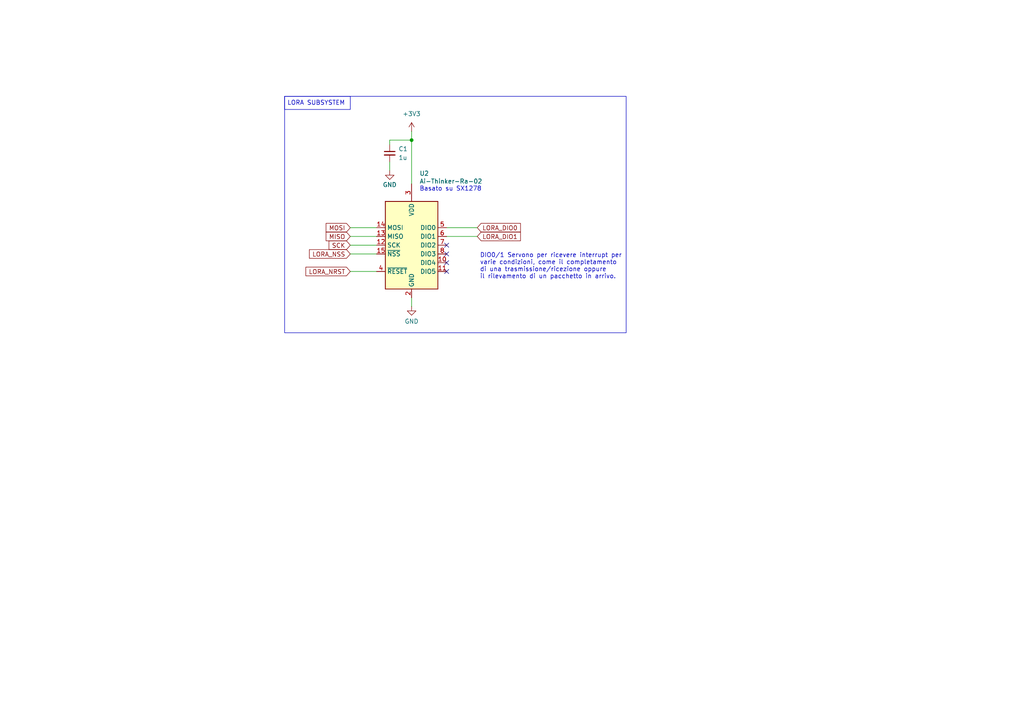
<source format=kicad_sch>
(kicad_sch (version 20250114) (generator "eeschema") (generator_version "9.0")
  (paper "A4")
  (lib_symbols
    (symbol "Device:C_Small" (pin_numbers (hide yes)) (pin_names (offset 0.254) (hide yes))
      (property "Reference" "C" (at 0.254 1.778 0))
      (property "Value" "C_Small" (at 0.254 -2.032 0))
      (symbol "C_Small_0_1"
        (polyline (pts (xy -1.524 0.508) (xy 1.524 0.508)) (stroke (width 0.3048)))
        (polyline (pts (xy -1.524 -0.508) (xy 1.524 -0.508)) (stroke (width 0.3302)))
      )
      (symbol "C_Small_1_1"
        (pin passive line (at 0 2.54 270) (length 2.032) (name "~") (number "1"))
        (pin passive line (at 0 -2.54 90) (length 2.032) (name "~") (number "2"))
      )
    )
    (symbol "RF_Module:Ai-Thinker-Ra-02"
      (property "Reference" "U" (at 2.54 19.05 0))
      (property "Value" "Ai-Thinker-Ra-02" (at 13.97 -15.24 0))
      (symbol "Ai-Thinker-Ra-02_0_1"
        (rectangle (start -7.62 12.7) (end 7.62 -12.7) (stroke (width 0.254)) (fill (type background)))
      )
      (symbol "Ai-Thinker-Ra-02_1_1"
        (pin input line (at -10.16 5.08 0) (length 2.54) (name "MOSI") (number "14"))
        (pin output line (at -10.16 2.54 0) (length 2.54) (name "MISO") (number "13"))
        (pin input line (at -10.16 0 0) (length 2.54) (name "SCK") (number "12"))
        (pin input line (at -10.16 -2.54 0) (length 2.54) (name "~{NSS}") (number "15"))
        (pin input line (at -10.16 -7.62 0) (length 2.54) (name "~{RESET}") (number "4"))
        (pin power_in line (at 0 17.78 270) (length 5.08) (name "VDD") (number "3"))
        (pin passive line (at 0 -15.24 90) (length 2.54) (hide yes) (name "GND") (number "1"))
        (pin passive line (at 0 -15.24 90) (length 2.54) (hide yes) (name "GND") (number "16"))
        (pin power_in line (at 0 -15.24 90) (length 2.54) (name "GND") (number "2"))
        (pin passive line (at 0 -15.24 90) (length 2.54) (hide yes) (name "GND") (number "9"))
        (pin bidirectional line (at 10.16 5.08 180) (length 2.54) (name "DIO0") (number "5"))
        (pin bidirectional line (at 10.16 2.54 180) (length 2.54) (name "DIO1") (number "6"))
        (pin bidirectional line (at 10.16 0 180) (length 2.54) (name "DIO2") (number "7"))
        (pin bidirectional line (at 10.16 -2.54 180) (length 2.54) (name "DIO3") (number "8"))
        (pin bidirectional line (at 10.16 -5.08 180) (length 2.54) (name "DIO4") (number "10"))
        (pin bidirectional line (at 10.16 -7.62 180) (length 2.54) (name "DIO5") (number "11"))
      )
    )
    (symbol "power:+3V3" (power) (pin_numbers (hide yes)) (pin_names (offset 0) (hide yes))
      (property "Value" "+3V3" (at 0 3.556 0))
      (symbol "+3V3_0_1"
        (polyline (pts (xy -0.762 1.27) (xy 0 2.54)))
        (polyline (pts (xy 0 2.54) (xy 0.762 1.27)))
        (polyline (pts (xy 0 0) (xy 0 2.54)))
      )
      (symbol "+3V3_1_1"
        (pin power_in line (at 0 0 90) (length 0) (name "~") (number "1"))
      )
    )
    (symbol "power:GND" (power) (pin_numbers (hide yes)) (pin_names (offset 0) (hide yes))
      (property "Value" "GND" (at 0 -3.81 0))
      (symbol "GND_0_1"
        (polyline (pts (xy 0 0) (xy 0 -1.27) (xy 1.27 -1.27) (xy 0 -2.54) (xy -1.27 -1.27) (xy 0 -1.27)))
      )
      (symbol "GND_1_1"
        (pin power_in line (at 0 0 270) (length 0) (name "~") (number "1"))
      )
    )
  )
  (rectangle (start 82.55 27.94) (end 101.6 31.75))
  (rectangle (start 82.55 27.94) (end 181.61 96.52))
  (text "Basato su SX1278" (at 121.666 54.864 0) (effects (font (size 1.27 1.27)) (justify left)))
  (text "LORA SUBSYSTEM" (at 83.312 29.972 0) (effects (font (size 1.27 1.27)) (justify left)))
  (text "DIO0/1 Servono per ricevere interrupt per\nvarie condizioni, come il completamento \ndi una trasmissione/ricezione oppure\nil rilevamento di un pacchetto in arrivo." (at 139.192 77.216 0) (effects (font (size 1.27 1.27)) (justify left)))
  (junction (at 119.38 40.64))
  (no_connect (at 129.54 78.74))
  (no_connect (at 129.54 71.12))
  (no_connect (at 129.54 76.2))
  (no_connect (at 129.54 73.66))
  (wire (pts (xy 129.54 66.04) (xy 138.43 66.04)))
  (wire (pts (xy 113.03 46.99) (xy 113.03 49.53)))
  (wire (pts (xy 113.03 41.91) (xy 113.03 40.64)))
  (wire (pts (xy 101.6 71.12) (xy 109.22 71.12)))
  (wire (pts (xy 101.6 78.74) (xy 109.22 78.74)))
  (wire (pts (xy 119.38 40.64) (xy 119.38 53.34)))
  (wire (pts (xy 101.6 68.58) (xy 109.22 68.58)))
  (wire (pts (xy 101.6 73.66) (xy 109.22 73.66)))
  (wire (pts (xy 119.38 86.36) (xy 119.38 88.9)))
  (wire (pts (xy 129.54 68.58) (xy 138.43 68.58)))
  (wire (pts (xy 119.38 38.1) (xy 119.38 40.64)))
  (wire (pts (xy 101.6 66.04) (xy 109.22 66.04)))
  (wire (pts (xy 113.03 40.64) (xy 119.38 40.64)))
  (global_label "MISO" (shape input) (at 101.6 68.58 180) (property "Intersheetrefs" "${INTERSHEET_REFS}" (effects (hide yes))))
  (global_label "MOSI" (shape input) (at 101.6 66.04 180) (property "Intersheetrefs" "${INTERSHEET_REFS}" (effects (hide yes))))
  (global_label "LORA_NRST" (shape input) (at 101.6 78.74 180) (property "Intersheetrefs" "${INTERSHEET_REFS}" (effects (hide yes))))
  (global_label "SCK" (shape input) (at 101.6 71.12 180) (property "Intersheetrefs" "${INTERSHEET_REFS}" (effects (hide yes))))
  (global_label "LORA_DIO1" (shape input) (at 138.43 68.58 0) (property "Intersheetrefs" "${INTERSHEET_REFS}" (effects (hide yes))))
  (global_label "LORA_DIO0" (shape input) (at 138.43 66.04 0) (property "Intersheetrefs" "${INTERSHEET_REFS}" (effects (hide yes))))
  (global_label "LORA_NSS" (shape input) (at 101.6 73.66 180) (property "Intersheetrefs" "${INTERSHEET_REFS}" (effects (hide yes))))
  (symbol (lib_id "power:GND") (at 113.03 49.53 0) (unit 1)
    (property "Reference" "#PWR03" (effects (hide yes)))
    (property "Value" "GND" (at 113.03 53.594 0))
    (property "Description" "Power symbol creates a global label with name \"GND\" , ground" (effects (hide yes)))
  )
  (symbol (lib_id "Device:C_Small") (at 113.03 44.45 0) (unit 1)
    (property "Reference" "C1" (at 115.57 43.1862 0) (effects (justify left)))
    (property "Value" "1u" (at 115.57 45.7262 0) (effects (justify left)))
    (property "Description" "Unpolarized capacitor, small symbol" (effects (hide yes)))
  )
  (symbol (lib_id "RF_Module:Ai-Thinker-Ra-02") (at 119.38 71.12 0) (unit 1)
    (property "Reference" "U2" (at 121.666 50.292 0) (effects (justify left)))
    (property "Value" "Ai-Thinker-Ra-02" (at 121.666 52.578 0) (effects (justify left)))
    (property "Footprint" "RF_Module:Ai-Thinker-Ra-01-LoRa" (effects (hide yes)))
    (property "Datasheet" "http://wiki.ai-thinker.com/_media/lora/docs/c048ps01a1_ra-02_product_specification_v1.1.pdf" (effects (hide yes)))
    (property "Description" "Ai-Thinker Ra-02 410-525 MHz LoRa Module, SPI interface, U.FL antenna connector" (effects (hide yes)))
  )
  (symbol (lib_id "power:+3V3") (at 119.38 38.1 0) (unit 1)
    (property "Reference" "#PWR02" (effects (hide yes)))
    (property "Value" "+3V3" (at 119.38 33.02 0))
    (property "Description" "Power symbol creates a global label with name \"+3V3\"" (effects (hide yes)))
  )
  (symbol (lib_id "power:GND") (at 119.38 88.9 0) (unit 1)
    (property "Reference" "#PWR01" (effects (hide yes)))
    (property "Value" "GND" (at 119.38 93.218 0))
    (property "Description" "Power symbol creates a global label with name \"GND\" , ground" (effects (hide yes)))
  )
)
</source>
